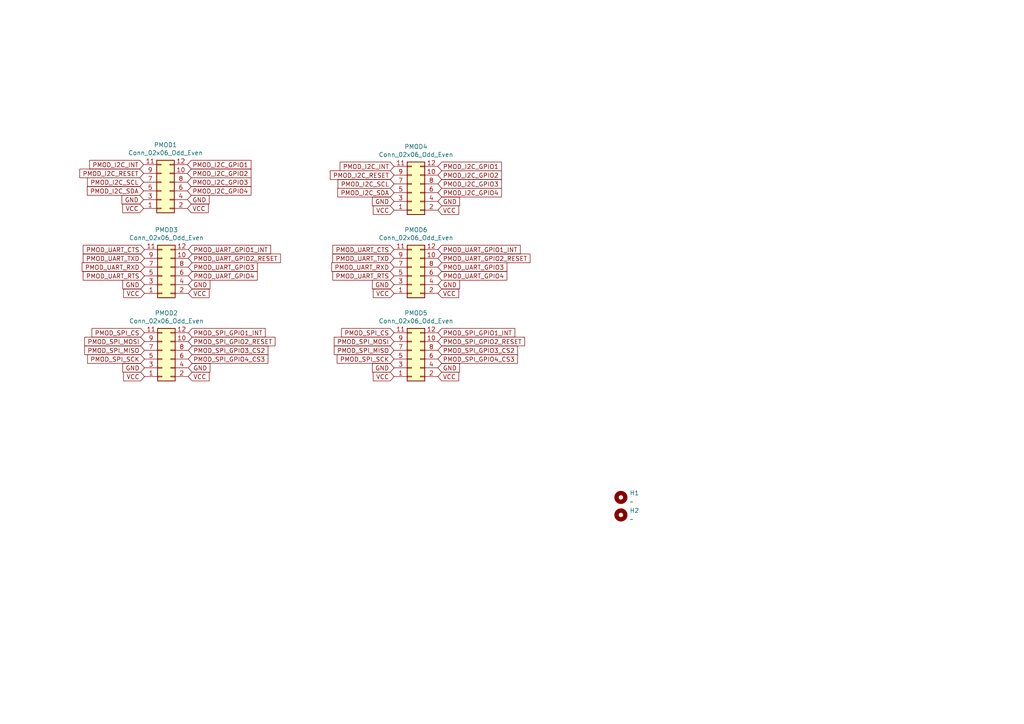
<source format=kicad_sch>
(kicad_sch (version 20230121) (generator eeschema)
  (paper "A4")
  (lib_symbols
    (symbol "Connector_Generic:Conn_02x06_Odd_Even" (pin_names (offset 1.016) hide)
      (property "Reference" "J" (at 1.27 7.62 0))
      (property "Value" "Conn_02x06_Odd_Even" (at 1.27 -10.16 0))
      (symbol "Conn_02x06_Odd_Even_1_1"
        (rectangle (start -1.27 -7.493) (end 0 -7.747) (stroke (width 0.1524)))
        (rectangle (start -1.27 -4.953) (end 0 -5.207) (stroke (width 0.1524)))
        (rectangle (start -1.27 -2.413) (end 0 -2.667) (stroke (width 0.1524)))
        (rectangle (start -1.27 0.127) (end 0 -0.127) (stroke (width 0.1524)))
        (rectangle (start -1.27 2.667) (end 0 2.413) (stroke (width 0.1524)))
        (rectangle (start -1.27 5.207) (end 0 4.953) (stroke (width 0.1524)))
        (rectangle (start -1.27 6.35) (end 3.81 -8.89) (stroke (width 0.254)) (fill (type background)))
        (rectangle (start 3.81 -7.493) (end 2.54 -7.747) (stroke (width 0.1524)))
        (rectangle (start 3.81 -4.953) (end 2.54 -5.207) (stroke (width 0.1524)))
        (rectangle (start 3.81 -2.413) (end 2.54 -2.667) (stroke (width 0.1524)))
        (rectangle (start 3.81 0.127) (end 2.54 -0.127) (stroke (width 0.1524)))
        (rectangle (start 3.81 2.667) (end 2.54 2.413) (stroke (width 0.1524)))
        (rectangle (start 3.81 5.207) (end 2.54 4.953) (stroke (width 0.1524)))
        (pin passive line (at -5.08 5.08 0) (length 3.81) (name "Pin_1") (number "1"))
        (pin passive line (at 7.62 -5.08 180) (length 3.81) (name "Pin_10") (number "10"))
        (pin passive line (at -5.08 -7.62 0) (length 3.81) (name "Pin_11") (number "11"))
        (pin passive line (at 7.62 -7.62 180) (length 3.81) (name "Pin_12") (number "12"))
        (pin passive line (at 7.62 5.08 180) (length 3.81) (name "Pin_2") (number "2"))
        (pin passive line (at -5.08 2.54 0) (length 3.81) (name "Pin_3") (number "3"))
        (pin passive line (at 7.62 2.54 180) (length 3.81) (name "Pin_4") (number "4"))
        (pin passive line (at -5.08 0 0) (length 3.81) (name "Pin_5") (number "5"))
        (pin passive line (at 7.62 0 180) (length 3.81) (name "Pin_6") (number "6"))
        (pin passive line (at -5.08 -2.54 0) (length 3.81) (name "Pin_7") (number "7"))
        (pin passive line (at 7.62 -2.54 180) (length 3.81) (name "Pin_8") (number "8"))
        (pin passive line (at -5.08 -5.08 0) (length 3.81) (name "Pin_9") (number "9"))
      )
    )
    (symbol "Mechanical:MountingHole" (pin_names (offset 1.016))
      (property "Reference" "H" (at 0 5.08 0))
      (property "Value" "MountingHole" (at 0 3.175 0))
      (symbol "MountingHole_0_1"
        (circle (center 0 0) (radius 1.27) (stroke (width 1.27)))
      )
    )
  )
  (global_label "PMOD_SPI_GPIO3_CS2" (shape input) (at 127 101.6 0) (property "Intersheetrefs" "${INTERSHEET_REFS}" (effects hide)) (property "Intersheet-verwijzingen" "${INTERSHEET_REFS}" (effects hide)))
  (global_label "VCC" (shape input) (at 54.61 109.22 0) (property "Intersheetrefs" "${INTERSHEET_REFS}" (effects hide)) (property "Intersheet-verwijzingen" "${INTERSHEET_REFS}" (effects hide)))
  (global_label "PMOD_I2C_SDA" (shape input) (at 41.656 55.372 180) (property "Intersheetrefs" "${INTERSHEET_REFS}" (effects hide)) (property "Intersheet-verwijzingen" "${INTERSHEET_REFS}" (effects hide)))
  (global_label "PMOD_I2C_GPIO3" (shape input) (at 127 53.34 0) (property "Intersheetrefs" "${INTERSHEET_REFS}" (effects hide)) (property "Intersheet-verwijzingen" "${INTERSHEET_REFS}" (effects hide)))
  (global_label "PMOD_I2C_GPIO3" (shape input) (at 54.356 52.832 0) (property "Intersheetrefs" "${INTERSHEET_REFS}" (effects hide)) (property "Intersheet-verwijzingen" "${INTERSHEET_REFS}" (effects hide)))
  (global_label "GND" (shape input) (at 127 58.42 0) (property "Intersheetrefs" "${INTERSHEET_REFS}" (effects hide)) (property "Intersheet-verwijzingen" "${INTERSHEET_REFS}" (effects hide)))
  (global_label "VCC" (shape input) (at 54.356 60.452 0) (property "Intersheetrefs" "${INTERSHEET_REFS}" (effects hide)) (property "Intersheet-verwijzingen" "${INTERSHEET_REFS}" (effects hide)))
  (global_label "VCC" (shape input) (at 114.3 109.22 180) (property "Intersheetrefs" "${INTERSHEET_REFS}" (effects hide)) (property "Intersheet-verwijzingen" "${INTERSHEET_REFS}" (effects hide)))
  (global_label "GND" (shape input) (at 54.61 82.55 0) (property "Intersheetrefs" "${INTERSHEET_REFS}" (effects hide)) (property "Intersheet-verwijzingen" "${INTERSHEET_REFS}" (effects hide)))
  (global_label "PMOD_SPI_SCK" (shape input) (at 114.3 104.14 180) (property "Intersheetrefs" "${INTERSHEET_REFS}" (effects hide)) (property "Intersheet-verwijzingen" "${INTERSHEET_REFS}" (effects hide)))
  (global_label "VCC" (shape input) (at 127 60.96 0) (property "Intersheetrefs" "${INTERSHEET_REFS}" (effects hide)) (property "Intersheet-verwijzingen" "${INTERSHEET_REFS}" (effects hide)))
  (global_label "PMOD_UART_TXD" (shape input) (at 41.91 74.93 180) (property "Intersheetrefs" "${INTERSHEET_REFS}" (effects hide)) (property "Intersheet-verwijzingen" "${INTERSHEET_REFS}" (effects hide)))
  (global_label "PMOD_UART_GPIO2_RESET" (shape input) (at 54.61 74.93 0) (property "Intersheetrefs" "${INTERSHEET_REFS}" (effects hide)) (property "Intersheet-verwijzingen" "${INTERSHEET_REFS}" (effects hide)))
  (global_label "PMOD_SPI_SCK" (shape input) (at 41.91 104.14 180) (property "Intersheetrefs" "${INTERSHEET_REFS}" (effects hide)) (property "Intersheet-verwijzingen" "${INTERSHEET_REFS}" (effects hide)))
  (global_label "PMOD_I2C_GPIO2" (shape input) (at 54.356 50.292 0) (property "Intersheetrefs" "${INTERSHEET_REFS}" (effects hide)) (property "Intersheet-verwijzingen" "${INTERSHEET_REFS}" (effects hide)))
  (global_label "PMOD_UART_CTS" (shape input) (at 114.3 72.39 180) (property "Intersheetrefs" "${INTERSHEET_REFS}" (effects hide)) (property "Intersheet-verwijzingen" "${INTERSHEET_REFS}" (effects hide)))
  (global_label "VCC" (shape input) (at 41.656 60.452 180) (property "Intersheetrefs" "${INTERSHEET_REFS}" (effects hide)) (property "Intersheet-verwijzingen" "${INTERSHEET_REFS}" (effects hide)))
  (global_label "VCC" (shape input) (at 41.91 85.09 180) (property "Intersheetrefs" "${INTERSHEET_REFS}" (effects hide)) (property "Intersheet-verwijzingen" "${INTERSHEET_REFS}" (effects hide)))
  (global_label "PMOD_I2C_INT" (shape input) (at 114.3 48.26 180) (property "Intersheetrefs" "${INTERSHEET_REFS}" (effects hide)) (property "Intersheet-verwijzingen" "${INTERSHEET_REFS}" (effects hide)))
  (global_label "PMOD_SPI_MISO" (shape input) (at 114.3 101.6 180) (property "Intersheetrefs" "${INTERSHEET_REFS}" (effects hide)) (property "Intersheet-verwijzingen" "${INTERSHEET_REFS}" (effects hide)))
  (global_label "PMOD_UART_RXD" (shape input) (at 41.91 77.47 180) (property "Intersheetrefs" "${INTERSHEET_REFS}" (effects hide)) (property "Intersheet-verwijzingen" "${INTERSHEET_REFS}" (effects hide)))
  (global_label "PMOD_SPI_CS" (shape input) (at 41.91 96.52 180) (property "Intersheetrefs" "${INTERSHEET_REFS}" (effects hide)) (property "Intersheet-verwijzingen" "${INTERSHEET_REFS}" (effects hide)))
  (global_label "VCC" (shape input) (at 114.3 60.96 180) (property "Intersheetrefs" "${INTERSHEET_REFS}" (effects hide)) (property "Intersheet-verwijzingen" "${INTERSHEET_REFS}" (effects hide)))
  (global_label "VCC" (shape input) (at 127 85.09 0) (property "Intersheetrefs" "${INTERSHEET_REFS}" (effects hide)) (property "Intersheet-verwijzingen" "${INTERSHEET_REFS}" (effects hide)))
  (global_label "PMOD_I2C_RESET" (shape input) (at 41.656 50.292 180) (property "Intersheetrefs" "${INTERSHEET_REFS}" (effects hide)) (property "Intersheet-verwijzingen" "${INTERSHEET_REFS}" (effects hide)))
  (global_label "PMOD_SPI_CS" (shape input) (at 114.3 96.52 180) (property "Intersheetrefs" "${INTERSHEET_REFS}" (effects hide)) (property "Intersheet-verwijzingen" "${INTERSHEET_REFS}" (effects hide)))
  (global_label "PMOD_SPI_MOSI" (shape input) (at 114.3 99.06 180) (property "Intersheetrefs" "${INTERSHEET_REFS}" (effects hide)) (property "Intersheet-verwijzingen" "${INTERSHEET_REFS}" (effects hide)))
  (global_label "GND" (shape input) (at 127 106.68 0) (property "Intersheetrefs" "${INTERSHEET_REFS}" (effects hide)) (property "Intersheet-verwijzingen" "${INTERSHEET_REFS}" (effects hide)))
  (global_label "GND" (shape input) (at 127 82.55 0) (property "Intersheetrefs" "${INTERSHEET_REFS}" (effects hide)) (property "Intersheet-verwijzingen" "${INTERSHEET_REFS}" (effects hide)))
  (global_label "PMOD_SPI_MISO" (shape input) (at 41.91 101.6 180) (property "Intersheetrefs" "${INTERSHEET_REFS}" (effects hide)) (property "Intersheet-verwijzingen" "${INTERSHEET_REFS}" (effects hide)))
  (global_label "PMOD_UART_GPIO4" (shape input) (at 54.61 80.01 0) (property "Intersheetrefs" "${INTERSHEET_REFS}" (effects hide)) (property "Intersheet-verwijzingen" "${INTERSHEET_REFS}" (effects hide)))
  (global_label "PMOD_SPI_GPIO2_RESET" (shape input) (at 127 99.06 0) (property "Intersheetrefs" "${INTERSHEET_REFS}" (effects hide)) (property "Intersheet-verwijzingen" "${INTERSHEET_REFS}" (effects hide)))
  (global_label "PMOD_UART_GPIO4" (shape input) (at 127 80.01 0) (property "Intersheetrefs" "${INTERSHEET_REFS}" (effects hide)) (property "Intersheet-verwijzingen" "${INTERSHEET_REFS}" (effects hide)))
  (global_label "PMOD_I2C_SCL" (shape input) (at 114.3 53.34 180) (property "Intersheetrefs" "${INTERSHEET_REFS}" (effects hide)) (property "Intersheet-verwijzingen" "${INTERSHEET_REFS}" (effects hide)))
  (global_label "PMOD_SPI_GPIO3_CS2" (shape input) (at 54.61 101.6 0) (property "Intersheetrefs" "${INTERSHEET_REFS}" (effects hide)) (property "Intersheet-verwijzingen" "${INTERSHEET_REFS}" (effects hide)))
  (global_label "GND" (shape input) (at 114.3 82.55 180) (property "Intersheetrefs" "${INTERSHEET_REFS}" (effects hide)) (property "Intersheet-verwijzingen" "${INTERSHEET_REFS}" (effects hide)))
  (global_label "GND" (shape input) (at 41.656 57.912 180) (property "Intersheetrefs" "${INTERSHEET_REFS}" (effects hide)) (property "Intersheet-verwijzingen" "${INTERSHEET_REFS}" (effects hide)))
  (global_label "PMOD_UART_GPIO3" (shape input) (at 127 77.47 0) (property "Intersheetrefs" "${INTERSHEET_REFS}" (effects hide)) (property "Intersheet-verwijzingen" "${INTERSHEET_REFS}" (effects hide)))
  (global_label "PMOD_I2C_GPIO2" (shape input) (at 127 50.8 0) (property "Intersheetrefs" "${INTERSHEET_REFS}" (effects hide)) (property "Intersheet-verwijzingen" "${INTERSHEET_REFS}" (effects hide)))
  (global_label "PMOD_UART_GPIO1_INT" (shape input) (at 54.61 72.39 0) (property "Intersheetrefs" "${INTERSHEET_REFS}" (effects hide)) (property "Intersheet-verwijzingen" "${INTERSHEET_REFS}" (effects hide)))
  (global_label "VCC" (shape input) (at 114.3 85.09 180) (property "Intersheetrefs" "${INTERSHEET_REFS}" (effects hide)) (property "Intersheet-verwijzingen" "${INTERSHEET_REFS}" (effects hide)))
  (global_label "PMOD_UART_TXD" (shape input) (at 114.3 74.93 180) (property "Intersheetrefs" "${INTERSHEET_REFS}" (effects hide)) (property "Intersheet-verwijzingen" "${INTERSHEET_REFS}" (effects hide)))
  (global_label "PMOD_UART_GPIO1_INT" (shape input) (at 127 72.39 0) (property "Intersheetrefs" "${INTERSHEET_REFS}" (effects hide)) (property "Intersheet-verwijzingen" "${INTERSHEET_REFS}" (effects hide)))
  (global_label "PMOD_UART_CTS" (shape input) (at 41.91 72.39 180) (property "Intersheetrefs" "${INTERSHEET_REFS}" (effects hide)) (property "Intersheet-verwijzingen" "${INTERSHEET_REFS}" (effects hide)))
  (global_label "PMOD_SPI_GPIO4_CS3" (shape input) (at 54.61 104.14 0) (property "Intersheetrefs" "${INTERSHEET_REFS}" (effects hide)) (property "Intersheet-verwijzingen" "${INTERSHEET_REFS}" (effects hide)))
  (global_label "PMOD_I2C_GPIO4" (shape input) (at 54.356 55.372 0) (property "Intersheetrefs" "${INTERSHEET_REFS}" (effects hide)) (property "Intersheet-verwijzingen" "${INTERSHEET_REFS}" (effects hide)))
  (global_label "PMOD_UART_RXD" (shape input) (at 114.3 77.47 180) (property "Intersheetrefs" "${INTERSHEET_REFS}" (effects hide)) (property "Intersheet-verwijzingen" "${INTERSHEET_REFS}" (effects hide)))
  (global_label "PMOD_I2C_SDA" (shape input) (at 114.3 55.88 180) (property "Intersheetrefs" "${INTERSHEET_REFS}" (effects hide)) (property "Intersheet-verwijzingen" "${INTERSHEET_REFS}" (effects hide)))
  (global_label "GND" (shape input) (at 54.356 57.912 0) (property "Intersheetrefs" "${INTERSHEET_REFS}" (effects hide)) (property "Intersheet-verwijzingen" "${INTERSHEET_REFS}" (effects hide)))
  (global_label "PMOD_SPI_GPIO2_RESET" (shape input) (at 54.61 99.06 0) (property "Intersheetrefs" "${INTERSHEET_REFS}" (effects hide)) (property "Intersheet-verwijzingen" "${INTERSHEET_REFS}" (effects hide)))
  (global_label "GND" (shape input) (at 41.91 82.55 180) (property "Intersheetrefs" "${INTERSHEET_REFS}" (effects hide)) (property "Intersheet-verwijzingen" "${INTERSHEET_REFS}" (effects hide)))
  (global_label "PMOD_SPI_GPIO1_INT" (shape input) (at 54.61 96.52 0) (property "Intersheetrefs" "${INTERSHEET_REFS}" (effects hide)) (property "Intersheet-verwijzingen" "${INTERSHEET_REFS}" (effects hide)))
  (global_label "PMOD_I2C_RESET" (shape input) (at 114.3 50.8 180) (property "Intersheetrefs" "${INTERSHEET_REFS}" (effects hide)) (property "Intersheet-verwijzingen" "${INTERSHEET_REFS}" (effects hide)))
  (global_label "VCC" (shape input) (at 54.61 85.09 0) (property "Intersheetrefs" "${INTERSHEET_REFS}" (effects hide)) (property "Intersheet-verwijzingen" "${INTERSHEET_REFS}" (effects hide)))
  (global_label "GND" (shape input) (at 41.91 106.68 180) (property "Intersheetrefs" "${INTERSHEET_REFS}" (effects hide)) (property "Intersheet-verwijzingen" "${INTERSHEET_REFS}" (effects hide)))
  (global_label "PMOD_UART_RTS" (shape input) (at 41.91 80.01 180) (property "Intersheetrefs" "${INTERSHEET_REFS}" (effects hide)) (property "Intersheet-verwijzingen" "${INTERSHEET_REFS}" (effects hide)))
  (global_label "PMOD_I2C_GPIO1" (shape input) (at 54.356 47.752 0) (property "Intersheetrefs" "${INTERSHEET_REFS}" (effects hide)) (property "Intersheet-verwijzingen" "${INTERSHEET_REFS}" (effects hide)))
  (global_label "PMOD_I2C_GPIO4" (shape input) (at 127 55.88 0) (property "Intersheetrefs" "${INTERSHEET_REFS}" (effects hide)) (property "Intersheet-verwijzingen" "${INTERSHEET_REFS}" (effects hide)))
  (global_label "PMOD_SPI_GPIO1_INT" (shape input) (at 127 96.52 0) (property "Intersheetrefs" "${INTERSHEET_REFS}" (effects hide)) (property "Intersheet-verwijzingen" "${INTERSHEET_REFS}" (effects hide)))
  (global_label "GND" (shape input) (at 114.3 106.68 180) (property "Intersheetrefs" "${INTERSHEET_REFS}" (effects hide)) (property "Intersheet-verwijzingen" "${INTERSHEET_REFS}" (effects hide)))
  (global_label "PMOD_UART_RTS" (shape input) (at 114.3 80.01 180) (property "Intersheetrefs" "${INTERSHEET_REFS}" (effects hide)) (property "Intersheet-verwijzingen" "${INTERSHEET_REFS}" (effects hide)))
  (global_label "VCC" (shape input) (at 127 109.22 0) (property "Intersheetrefs" "${INTERSHEET_REFS}" (effects hide)) (property "Intersheet-verwijzingen" "${INTERSHEET_REFS}" (effects hide)))
  (global_label "PMOD_SPI_MOSI" (shape input) (at 41.91 99.06 180) (property "Intersheetrefs" "${INTERSHEET_REFS}" (effects hide)) (property "Intersheet-verwijzingen" "${INTERSHEET_REFS}" (effects hide)))
  (global_label "GND" (shape input) (at 54.61 106.68 0) (property "Intersheetrefs" "${INTERSHEET_REFS}" (effects hide)) (property "Intersheet-verwijzingen" "${INTERSHEET_REFS}" (effects hide)))
  (global_label "GND" (shape input) (at 114.3 58.42 180) (property "Intersheetrefs" "${INTERSHEET_REFS}" (effects hide)) (property "Intersheet-verwijzingen" "${INTERSHEET_REFS}" (effects hide)))
  (global_label "PMOD_I2C_INT" (shape input) (at 41.656 47.752 180) (property "Intersheetrefs" "${INTERSHEET_REFS}" (effects hide)) (property "Intersheet-verwijzingen" "${INTERSHEET_REFS}" (effects hide)))
  (global_label "PMOD_I2C_GPIO1" (shape input) (at 127 48.26 0) (property "Intersheetrefs" "${INTERSHEET_REFS}" (effects hide)) (property "Intersheet-verwijzingen" "${INTERSHEET_REFS}" (effects hide)))
  (global_label "PMOD_UART_GPIO3" (shape input) (at 54.61 77.47 0) (property "Intersheetrefs" "${INTERSHEET_REFS}" (effects hide)) (property "Intersheet-verwijzingen" "${INTERSHEET_REFS}" (effects hide)))
  (global_label "PMOD_SPI_GPIO4_CS3" (shape input) (at 127 104.14 0) (property "Intersheetrefs" "${INTERSHEET_REFS}" (effects hide)) (property "Intersheet-verwijzingen" "${INTERSHEET_REFS}" (effects hide)))
  (global_label "VCC" (shape input) (at 41.91 109.22 180) (property "Intersheetrefs" "${INTERSHEET_REFS}" (effects hide)) (property "Intersheet-verwijzingen" "${INTERSHEET_REFS}" (effects hide)))
  (global_label "PMOD_UART_GPIO2_RESET" (shape input) (at 127 74.93 0) (property "Intersheetrefs" "${INTERSHEET_REFS}" (effects hide)) (property "Intersheet-verwijzingen" "${INTERSHEET_REFS}" (effects hide)))
  (global_label "PMOD_I2C_SCL" (shape input) (at 41.656 52.832 180) (property "Intersheetrefs" "${INTERSHEET_REFS}" (effects hide)) (property "Intersheet-verwijzingen" "${INTERSHEET_REFS}" (effects hide)))
  (symbol (lib_id "Mechanical:MountingHole") (at 180.086 144.272 0) (unit 1)
    (property "Reference" "H1" (at 182.626 143.0019 0) (effects (justify left)))
    (property "Value" "~" (at 182.626 145.5419 0) (effects (justify left)))
    (property "Footprint" "MountingHole:MountingHole_3.2mm_M3_Pad_Via" (effects hide))
  )
  (symbol (lib_id "Connector_Generic:Conn_02x06_Odd_Even") (at 46.736 55.372 0) (mirror x) (unit 1)
    (property "Reference" "PMOD1" (at 48.006 42.037 0))
    (property "Value" "Conn_02x06_Odd_Even" (at 48.006 44.3484 0))
    (property "Footprint" "Connector_PinHeader_2.54mm:PinHeader_2x06_P2.54mm_Horizontal" (effects hide))
  )
  (symbol (lib_id "Connector_Generic:Conn_02x06_Odd_Even") (at 46.99 80.01 0) (mirror x) (unit 1)
    (property "Reference" "PMOD3" (at 48.26 66.675 0))
    (property "Value" "Conn_02x06_Odd_Even" (at 48.26 68.9864 0))
    (property "Footprint" "Connector_PinHeader_2.54mm:PinHeader_2x06_P2.54mm_Horizontal" (effects hide))
    (instances (project "pmod_battery_power" (path "" (reference "PMOD3") (unit 1))) (project "128x160" (path "" (reference "PMOD2") (unit 1))))
  )
  (symbol (lib_id "Connector_Generic:Conn_02x06_Odd_Even") (at 119.38 104.14 0) (mirror x) (unit 1)
    (property "Reference" "PMOD5" (at 120.65 90.805 0))
    (property "Value" "Conn_02x06_Odd_Even" (at 120.65 93.1164 0))
    (property "Footprint" "Connector_PinSocket_2.54mm:PinSocket_2x06_P2.54mm_Horizontal" (effects hide))
    (instances (project "pmod_battery_power" (path "" (reference "PMOD5") (unit 1))) (project "128x160" (path "" (reference "PMOD6") (unit 1))))
  )
  (symbol (lib_id "Mechanical:MountingHole") (at 180.086 149.352 0) (unit 1)
    (property "Reference" "H2" (at 182.626 148.0819 0) (effects (justify left)))
    (property "Value" "~" (at 182.626 150.6219 0) (effects (justify left)))
    (property "Footprint" "MountingHole:MountingHole_3.2mm_M3_Pad_Via" (effects hide))
  )
  (symbol (lib_id "Connector_Generic:Conn_02x06_Odd_Even") (at 46.99 104.14 0) (mirror x) (unit 1)
    (property "Reference" "PMOD2" (at 48.26 90.805 0))
    (property "Value" "Conn_02x06_Odd_Even" (at 48.26 93.1164 0))
    (property "Footprint" "Connector_PinHeader_2.54mm:PinHeader_2x06_P2.54mm_Horizontal" (effects hide))
    (instances (project "pmod_battery_power" (path "" (reference "PMOD2") (unit 1))) (project "128x160" (path "" (reference "PMOD3") (unit 1))))
  )
  (symbol (lib_id "Connector_Generic:Conn_02x06_Odd_Even") (at 119.38 80.01 0) (mirror x) (unit 1)
    (property "Reference" "PMOD6" (at 120.65 66.675 0))
    (property "Value" "Conn_02x06_Odd_Even" (at 120.65 68.9864 0))
    (property "Footprint" "Connector_PinSocket_2.54mm:PinSocket_2x06_P2.54mm_Horizontal" (effects hide))
    (instances (project "pmod_battery_power" (path "" (reference "PMOD6") (unit 1))) (project "128x160" (path "" (reference "PMOD5") (unit 1))))
  )
  (symbol (lib_id "Connector_Generic:Conn_02x06_Odd_Even") (at 119.38 55.88 0) (mirror x) (unit 1)
    (property "Reference" "PMOD4" (at 120.65 42.545 0))
    (property "Value" "Conn_02x06_Odd_Even" (at 120.65 44.8564 0))
    (property "Footprint" "Connector_PinSocket_2.54mm:PinSocket_2x06_P2.54mm_Horizontal" (effects hide))
  )
)
</source>
